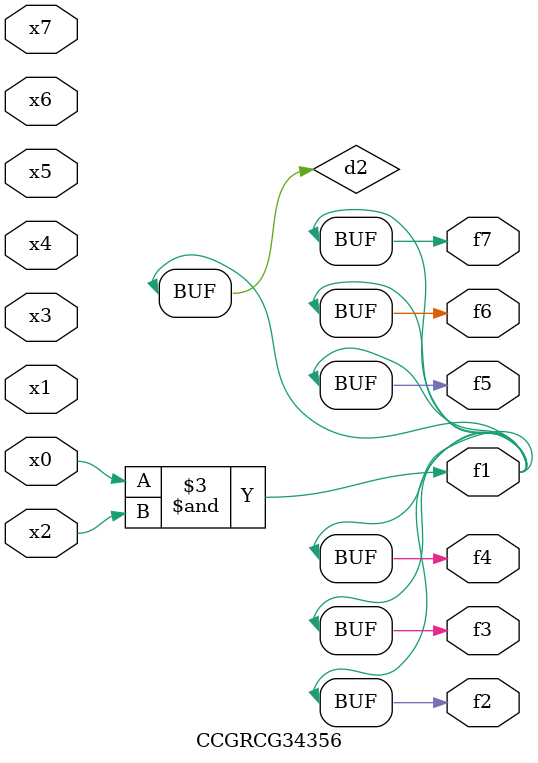
<source format=v>
module CCGRCG34356(
	input x0, x1, x2, x3, x4, x5, x6, x7,
	output f1, f2, f3, f4, f5, f6, f7
);

	wire d1, d2;

	nor (d1, x3, x6);
	and (d2, x0, x2);
	assign f1 = d2;
	assign f2 = d2;
	assign f3 = d2;
	assign f4 = d2;
	assign f5 = d2;
	assign f6 = d2;
	assign f7 = d2;
endmodule

</source>
